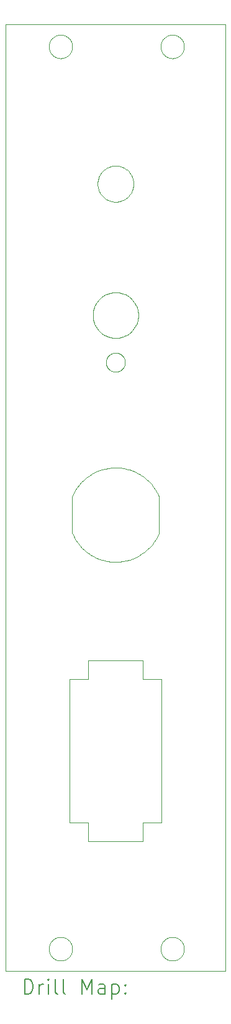
<source format=gbr>
%TF.GenerationSoftware,KiCad,Pcbnew,8.0.5*%
%TF.CreationDate,2024-10-29T18:46:17+09:00*%
%TF.ProjectId,ERK01_PWR_Panel,45524b30-315f-4505-9752-5f50616e656c,1.0*%
%TF.SameCoordinates,Original*%
%TF.FileFunction,Drillmap*%
%TF.FilePolarity,Positive*%
%FSLAX45Y45*%
G04 Gerber Fmt 4.5, Leading zero omitted, Abs format (unit mm)*
G04 Created by KiCad (PCBNEW 8.0.5) date 2024-10-29 18:46:17*
%MOMM*%
%LPD*%
G01*
G04 APERTURE LIST*
%ADD10C,0.017638*%
%ADD11C,0.088194*%
%ADD12C,0.200000*%
G04 APERTURE END LIST*
D10*
X12810314Y-3742058D02*
X15810300Y-3742058D01*
X15810300Y-16592056D01*
X12810314Y-16592056D01*
X12810314Y-3742058D01*
D11*
X15092554Y-3882249D02*
X15100680Y-3882867D01*
X15108688Y-3883884D01*
X15116569Y-3885291D01*
X15124310Y-3887078D01*
X15131904Y-3889235D01*
X15139339Y-3891750D01*
X15146606Y-3894616D01*
X15153694Y-3897820D01*
X15160594Y-3901354D01*
X15167295Y-3905207D01*
X15173788Y-3909369D01*
X15180062Y-3913831D01*
X15186107Y-3918581D01*
X15191913Y-3923611D01*
X15197470Y-3928909D01*
X15202769Y-3934466D01*
X15207798Y-3940273D01*
X15212549Y-3946318D01*
X15217010Y-3952592D01*
X15221172Y-3959084D01*
X15225026Y-3965785D01*
X15228559Y-3972685D01*
X15231764Y-3979773D01*
X15234629Y-3987040D01*
X15237145Y-3994475D01*
X15239301Y-4002069D01*
X15241088Y-4009811D01*
X15242495Y-4017691D01*
X15243513Y-4025699D01*
X15244131Y-4033826D01*
X15244339Y-4042060D01*
X15244131Y-4050295D01*
X15243513Y-4058421D01*
X15242495Y-4066430D01*
X15241088Y-4074310D01*
X15239301Y-4082052D01*
X15237145Y-4089645D01*
X15234629Y-4097081D01*
X15231764Y-4104347D01*
X15228559Y-4111436D01*
X15225026Y-4118335D01*
X15221172Y-4125036D01*
X15217010Y-4131529D01*
X15212549Y-4137803D01*
X15207798Y-4143848D01*
X15202769Y-4149654D01*
X15197470Y-4155212D01*
X15191913Y-4160510D01*
X15186107Y-4165539D01*
X15180062Y-4170290D01*
X15173788Y-4174751D01*
X15167295Y-4178914D01*
X15160594Y-4182767D01*
X15153694Y-4186301D01*
X15146606Y-4189505D01*
X15139339Y-4192370D01*
X15131904Y-4194886D01*
X15124310Y-4197043D01*
X15116569Y-4198829D01*
X15108688Y-4200237D01*
X15100680Y-4201254D01*
X15092554Y-4201872D01*
X15084319Y-4202080D01*
X15076084Y-4201872D01*
X15067958Y-4201254D01*
X15059950Y-4200237D01*
X15052069Y-4198829D01*
X15044328Y-4197043D01*
X15036734Y-4194886D01*
X15029299Y-4192370D01*
X15022032Y-4189505D01*
X15014944Y-4186301D01*
X15008044Y-4182767D01*
X15001343Y-4178914D01*
X14994850Y-4174751D01*
X14988577Y-4170290D01*
X14982531Y-4165539D01*
X14976725Y-4160510D01*
X14971168Y-4155212D01*
X14965869Y-4149654D01*
X14960840Y-4143848D01*
X14956089Y-4137803D01*
X14951628Y-4131529D01*
X14947466Y-4125036D01*
X14943613Y-4118335D01*
X14940079Y-4111436D01*
X14936874Y-4104347D01*
X14934009Y-4097081D01*
X14931493Y-4089645D01*
X14929337Y-4082052D01*
X14927550Y-4074310D01*
X14926143Y-4066430D01*
X14925125Y-4058421D01*
X14924507Y-4050295D01*
X14924299Y-4042060D01*
X14924507Y-4033826D01*
X14925125Y-4025699D01*
X14926143Y-4017691D01*
X14927550Y-4009811D01*
X14929337Y-4002069D01*
X14931493Y-3994475D01*
X14934009Y-3987040D01*
X14936874Y-3979773D01*
X14940079Y-3972685D01*
X14943613Y-3965785D01*
X14947466Y-3959084D01*
X14951628Y-3952592D01*
X14956089Y-3946318D01*
X14960840Y-3940273D01*
X14965869Y-3934466D01*
X14971168Y-3928909D01*
X14976725Y-3923611D01*
X14982531Y-3918581D01*
X14988577Y-3913831D01*
X14994850Y-3909369D01*
X15001343Y-3905207D01*
X15008044Y-3901354D01*
X15014944Y-3897820D01*
X15022032Y-3894616D01*
X15029299Y-3891750D01*
X15036734Y-3889235D01*
X15044328Y-3887078D01*
X15052069Y-3885291D01*
X15059950Y-3883884D01*
X15067958Y-3882867D01*
X15076084Y-3882249D01*
X15084319Y-3882040D01*
X15092554Y-3882249D01*
X14326171Y-7380058D02*
X14341913Y-7381255D01*
X14357427Y-7383226D01*
X14372692Y-7385952D01*
X14387689Y-7389414D01*
X14402399Y-7393591D01*
X14416803Y-7398464D01*
X14430879Y-7404015D01*
X14444611Y-7410222D01*
X14457977Y-7417068D01*
X14470958Y-7424532D01*
X14483535Y-7432595D01*
X14495688Y-7441238D01*
X14507399Y-7450440D01*
X14518646Y-7460183D01*
X14529412Y-7470447D01*
X14539676Y-7481213D01*
X14549419Y-7492461D01*
X14558622Y-7504171D01*
X14567264Y-7516324D01*
X14575327Y-7528901D01*
X14582791Y-7541883D01*
X14589637Y-7555249D01*
X14595845Y-7568980D01*
X14601395Y-7583057D01*
X14606268Y-7597460D01*
X14610446Y-7612170D01*
X14613907Y-7627167D01*
X14616633Y-7642433D01*
X14618604Y-7657946D01*
X14619801Y-7673689D01*
X14620205Y-7689640D01*
X14619801Y-7705592D01*
X14618604Y-7721335D01*
X14616633Y-7736848D01*
X14613907Y-7752113D01*
X14610446Y-7767111D01*
X14606268Y-7781821D01*
X14601395Y-7796224D01*
X14595845Y-7810301D01*
X14589637Y-7824032D01*
X14582791Y-7837398D01*
X14575327Y-7850379D01*
X14567264Y-7862956D01*
X14558622Y-7875110D01*
X14549419Y-7886820D01*
X14539676Y-7898068D01*
X14529412Y-7908833D01*
X14518646Y-7919097D01*
X14507399Y-7928841D01*
X14495688Y-7938043D01*
X14483535Y-7946685D01*
X14470958Y-7954749D01*
X14457977Y-7962213D01*
X14444611Y-7969058D01*
X14430879Y-7975266D01*
X14416803Y-7980816D01*
X14402399Y-7985690D01*
X14387689Y-7989867D01*
X14372692Y-7993328D01*
X14357427Y-7996055D01*
X14341913Y-7998026D01*
X14326171Y-7999223D01*
X14310219Y-7999626D01*
X14294267Y-7999223D01*
X14278525Y-7998026D01*
X14263011Y-7996055D01*
X14247746Y-7993328D01*
X14232749Y-7989867D01*
X14218039Y-7985690D01*
X14203636Y-7980816D01*
X14189559Y-7975266D01*
X14175827Y-7969058D01*
X14162461Y-7962213D01*
X14149480Y-7954749D01*
X14136903Y-7946685D01*
X14124750Y-7938043D01*
X14113039Y-7928841D01*
X14101792Y-7919097D01*
X14091026Y-7908833D01*
X14080762Y-7898068D01*
X14071019Y-7886820D01*
X14061816Y-7875110D01*
X14053174Y-7862956D01*
X14045111Y-7850379D01*
X14037647Y-7837398D01*
X14030801Y-7824032D01*
X14024594Y-7810301D01*
X14019043Y-7796224D01*
X14014170Y-7781821D01*
X14009992Y-7767111D01*
X14006531Y-7752113D01*
X14003805Y-7736848D01*
X14001834Y-7721335D01*
X14000637Y-7705592D01*
X14000233Y-7689640D01*
X14000637Y-7673689D01*
X14001834Y-7657946D01*
X14003805Y-7642433D01*
X14006531Y-7627167D01*
X14009992Y-7612170D01*
X14014170Y-7597460D01*
X14019043Y-7583057D01*
X14024594Y-7568980D01*
X14030801Y-7555249D01*
X14037647Y-7541883D01*
X14045111Y-7528901D01*
X14053174Y-7516324D01*
X14061816Y-7504171D01*
X14071019Y-7492461D01*
X14080762Y-7481213D01*
X14091026Y-7470447D01*
X14101792Y-7460183D01*
X14113039Y-7450440D01*
X14124750Y-7441238D01*
X14136903Y-7432595D01*
X14149480Y-7424532D01*
X14162461Y-7417068D01*
X14175827Y-7410222D01*
X14189559Y-7404015D01*
X14203636Y-7398464D01*
X14218039Y-7393591D01*
X14232749Y-7389414D01*
X14247746Y-7385952D01*
X14263011Y-7383226D01*
X14278525Y-7381255D01*
X14294267Y-7380058D01*
X14310219Y-7379654D01*
X14326171Y-7380058D01*
X13568554Y-3882249D02*
X13576681Y-3882867D01*
X13584689Y-3883884D01*
X13592569Y-3885291D01*
X13600311Y-3887078D01*
X13607905Y-3889235D01*
X13615340Y-3891750D01*
X13622606Y-3894616D01*
X13629695Y-3897820D01*
X13636594Y-3901354D01*
X13643296Y-3905207D01*
X13649788Y-3909369D01*
X13656062Y-3913831D01*
X13662107Y-3918581D01*
X13667913Y-3923611D01*
X13673471Y-3928909D01*
X13678769Y-3934466D01*
X13683799Y-3940273D01*
X13688549Y-3946318D01*
X13693011Y-3952592D01*
X13697173Y-3959084D01*
X13701026Y-3965785D01*
X13704560Y-3972685D01*
X13707764Y-3979773D01*
X13710629Y-3987040D01*
X13713145Y-3994475D01*
X13715302Y-4002069D01*
X13717088Y-4009811D01*
X13718496Y-4017691D01*
X13719513Y-4025699D01*
X13720131Y-4033826D01*
X13720339Y-4042060D01*
X13720131Y-4050295D01*
X13719513Y-4058421D01*
X13718496Y-4066430D01*
X13717088Y-4074310D01*
X13715302Y-4082052D01*
X13713145Y-4089645D01*
X13710629Y-4097081D01*
X13707764Y-4104347D01*
X13704560Y-4111436D01*
X13701026Y-4118335D01*
X13697173Y-4125036D01*
X13693011Y-4131529D01*
X13688549Y-4137803D01*
X13683799Y-4143848D01*
X13678769Y-4149654D01*
X13673471Y-4155212D01*
X13667913Y-4160510D01*
X13662107Y-4165539D01*
X13656062Y-4170290D01*
X13649788Y-4174751D01*
X13643296Y-4178914D01*
X13636594Y-4182767D01*
X13629695Y-4186301D01*
X13622606Y-4189505D01*
X13615340Y-4192370D01*
X13607905Y-4194886D01*
X13600311Y-4197043D01*
X13592569Y-4198829D01*
X13584689Y-4200237D01*
X13576681Y-4201254D01*
X13568554Y-4201872D01*
X13560319Y-4202080D01*
X13552085Y-4201872D01*
X13543958Y-4201254D01*
X13535950Y-4200237D01*
X13528070Y-4198829D01*
X13520328Y-4197043D01*
X13512734Y-4194886D01*
X13505299Y-4192370D01*
X13498033Y-4189505D01*
X13490944Y-4186301D01*
X13484044Y-4182767D01*
X13477343Y-4178914D01*
X13470851Y-4174751D01*
X13464577Y-4170290D01*
X13458532Y-4165539D01*
X13452726Y-4160510D01*
X13447168Y-4155212D01*
X13441870Y-4149654D01*
X13436840Y-4143848D01*
X13432090Y-4137803D01*
X13427628Y-4131529D01*
X13423466Y-4125036D01*
X13419613Y-4118335D01*
X13416079Y-4111436D01*
X13412875Y-4104347D01*
X13410010Y-4097081D01*
X13407494Y-4089645D01*
X13405337Y-4082052D01*
X13403551Y-4074310D01*
X13402143Y-4066430D01*
X13401126Y-4058421D01*
X13400508Y-4050295D01*
X13400300Y-4042060D01*
X13400508Y-4033826D01*
X13401126Y-4025699D01*
X13402143Y-4017691D01*
X13403551Y-4009811D01*
X13405337Y-4002069D01*
X13407494Y-3994475D01*
X13410010Y-3987040D01*
X13412875Y-3979773D01*
X13416079Y-3972685D01*
X13419613Y-3965785D01*
X13423466Y-3959084D01*
X13427628Y-3952592D01*
X13432090Y-3946318D01*
X13436840Y-3940273D01*
X13441870Y-3934466D01*
X13447168Y-3928909D01*
X13452726Y-3923611D01*
X13458532Y-3918581D01*
X13464577Y-3913831D01*
X13470851Y-3909369D01*
X13477343Y-3905207D01*
X13484044Y-3901354D01*
X13490944Y-3897820D01*
X13498033Y-3894616D01*
X13505299Y-3891750D01*
X13512734Y-3889235D01*
X13520328Y-3887078D01*
X13528070Y-3885291D01*
X13535950Y-3883884D01*
X13543958Y-3882867D01*
X13552085Y-3882249D01*
X13560319Y-3882040D01*
X13568554Y-3882249D01*
X13568554Y-16132241D02*
X13576681Y-16132859D01*
X13584689Y-16133877D01*
X13592569Y-16135284D01*
X13600311Y-16137071D01*
X13607905Y-16139227D01*
X13615340Y-16141743D01*
X13622606Y-16144608D01*
X13629695Y-16147813D01*
X13636594Y-16151347D01*
X13643296Y-16155200D01*
X13649788Y-16159362D01*
X13656062Y-16163823D01*
X13662107Y-16168574D01*
X13667913Y-16173603D01*
X13673471Y-16178902D01*
X13678769Y-16184459D01*
X13683799Y-16190266D01*
X13688549Y-16196311D01*
X13693011Y-16202585D01*
X13697173Y-16209077D01*
X13701026Y-16215778D01*
X13704560Y-16222678D01*
X13707764Y-16229767D01*
X13710629Y-16237033D01*
X13713145Y-16244469D01*
X13715302Y-16252062D01*
X13717088Y-16259804D01*
X13718496Y-16267684D01*
X13719513Y-16275693D01*
X13720131Y-16283819D01*
X13720339Y-16292054D01*
X13720131Y-16300288D01*
X13719513Y-16308415D01*
X13718496Y-16316423D01*
X13717088Y-16324303D01*
X13715302Y-16332045D01*
X13713145Y-16339639D01*
X13710629Y-16347074D01*
X13707764Y-16354340D01*
X13704560Y-16361429D01*
X13701026Y-16368328D01*
X13697173Y-16375030D01*
X13693011Y-16381522D01*
X13688549Y-16387796D01*
X13683799Y-16393841D01*
X13678769Y-16399647D01*
X13673471Y-16405205D01*
X13667913Y-16410503D01*
X13662107Y-16415533D01*
X13656062Y-16420283D01*
X13649788Y-16424745D01*
X13643296Y-16428907D01*
X13636594Y-16432760D01*
X13629695Y-16436294D01*
X13622606Y-16439498D01*
X13615340Y-16442364D01*
X13607905Y-16444879D01*
X13600311Y-16447036D01*
X13592569Y-16448823D01*
X13584689Y-16450230D01*
X13576681Y-16451247D01*
X13568554Y-16451865D01*
X13560319Y-16452074D01*
X13552085Y-16451865D01*
X13543958Y-16451247D01*
X13535950Y-16450230D01*
X13528070Y-16448823D01*
X13520328Y-16447036D01*
X13512734Y-16444879D01*
X13505299Y-16442364D01*
X13498033Y-16439498D01*
X13490944Y-16436294D01*
X13484044Y-16432760D01*
X13477343Y-16428907D01*
X13470851Y-16424745D01*
X13464577Y-16420283D01*
X13458532Y-16415533D01*
X13452726Y-16410503D01*
X13447168Y-16405205D01*
X13441870Y-16399647D01*
X13436840Y-16393841D01*
X13432090Y-16387796D01*
X13427628Y-16381522D01*
X13423466Y-16375030D01*
X13419613Y-16368328D01*
X13416079Y-16361429D01*
X13412875Y-16354340D01*
X13410010Y-16347074D01*
X13407494Y-16339639D01*
X13405337Y-16332045D01*
X13403551Y-16324303D01*
X13402143Y-16316423D01*
X13401126Y-16308415D01*
X13400508Y-16300288D01*
X13400300Y-16292054D01*
X13400508Y-16283819D01*
X13401126Y-16275693D01*
X13402143Y-16267684D01*
X13403551Y-16259804D01*
X13405337Y-16252062D01*
X13407494Y-16244469D01*
X13410010Y-16237033D01*
X13412875Y-16229767D01*
X13416079Y-16222678D01*
X13419613Y-16215778D01*
X13423466Y-16209077D01*
X13427628Y-16202585D01*
X13432090Y-16196311D01*
X13436840Y-16190266D01*
X13441870Y-16184459D01*
X13447168Y-16178902D01*
X13452726Y-16173603D01*
X13458532Y-16168574D01*
X13464577Y-16163823D01*
X13470851Y-16159362D01*
X13477343Y-16155200D01*
X13484044Y-16151347D01*
X13490944Y-16147813D01*
X13498033Y-16144608D01*
X13505299Y-16141743D01*
X13512734Y-16139227D01*
X13520328Y-16137071D01*
X13528070Y-16135284D01*
X13535950Y-16133877D01*
X13543958Y-16132859D01*
X13552085Y-16132241D01*
X13560319Y-16132033D01*
X13568554Y-16132241D01*
X15092516Y-16132277D02*
X15100641Y-16132894D01*
X15108648Y-16133912D01*
X15116526Y-16135319D01*
X15124266Y-16137105D01*
X15131858Y-16139261D01*
X15139292Y-16141776D01*
X15146557Y-16144641D01*
X15153644Y-16147845D01*
X15160542Y-16151378D01*
X15167242Y-16155230D01*
X15173733Y-16159391D01*
X15180005Y-16163852D01*
X15186049Y-16168601D01*
X15191854Y-16173630D01*
X15197410Y-16178927D01*
X15202707Y-16184483D01*
X15207736Y-16190288D01*
X15212485Y-16196332D01*
X15216946Y-16202604D01*
X15221107Y-16209096D01*
X15224959Y-16215795D01*
X15228492Y-16222693D01*
X15231696Y-16229780D01*
X15234561Y-16237045D01*
X15237076Y-16244479D01*
X15239232Y-16252071D01*
X15241018Y-16259811D01*
X15242425Y-16267690D01*
X15243442Y-16275696D01*
X15244060Y-16283821D01*
X15244268Y-16292054D01*
X15244060Y-16300287D01*
X15243442Y-16308411D01*
X15242425Y-16316418D01*
X15241018Y-16324296D01*
X15239232Y-16332036D01*
X15237076Y-16339628D01*
X15234561Y-16347062D01*
X15231696Y-16354327D01*
X15228492Y-16361413D01*
X15224959Y-16368312D01*
X15221107Y-16375011D01*
X15216946Y-16381502D01*
X15212485Y-16387775D01*
X15207736Y-16393818D01*
X15202707Y-16399623D01*
X15197410Y-16405180D01*
X15191854Y-16410477D01*
X15186049Y-16415505D01*
X15180005Y-16420255D01*
X15173733Y-16424715D01*
X15167242Y-16428877D01*
X15160542Y-16432729D01*
X15153644Y-16436262D01*
X15146557Y-16439466D01*
X15139292Y-16442330D01*
X15131858Y-16444845D01*
X15124266Y-16447001D01*
X15116526Y-16448788D01*
X15108648Y-16450195D01*
X15100641Y-16451212D01*
X15092516Y-16451830D01*
X15084284Y-16452038D01*
X15076051Y-16451830D01*
X15067926Y-16451212D01*
X15059920Y-16450195D01*
X15052041Y-16448788D01*
X15044301Y-16447001D01*
X15036709Y-16444845D01*
X15029276Y-16442330D01*
X15022010Y-16439466D01*
X15014924Y-16436262D01*
X15008026Y-16432729D01*
X15001326Y-16428877D01*
X14994835Y-16424715D01*
X14988562Y-16420255D01*
X14982519Y-16415505D01*
X14976714Y-16410477D01*
X14971157Y-16405180D01*
X14965860Y-16399623D01*
X14960832Y-16393818D01*
X14956082Y-16387775D01*
X14951622Y-16381502D01*
X14947461Y-16375011D01*
X14943608Y-16368312D01*
X14940075Y-16361413D01*
X14936871Y-16354327D01*
X14934007Y-16347062D01*
X14931492Y-16339628D01*
X14929336Y-16332036D01*
X14927549Y-16324296D01*
X14926142Y-16316418D01*
X14925125Y-16308411D01*
X14924507Y-16300287D01*
X14924299Y-16292054D01*
X14924507Y-16283821D01*
X14925125Y-16275696D01*
X14926142Y-16267690D01*
X14927549Y-16259811D01*
X14929336Y-16252071D01*
X14931492Y-16244479D01*
X14934007Y-16237045D01*
X14936871Y-16229780D01*
X14940075Y-16222693D01*
X14943608Y-16215795D01*
X14947461Y-16209096D01*
X14951622Y-16202604D01*
X14956082Y-16196332D01*
X14960832Y-16190288D01*
X14965860Y-16184483D01*
X14971157Y-16178927D01*
X14976714Y-16173630D01*
X14982519Y-16168601D01*
X14988562Y-16163852D01*
X14994835Y-16159391D01*
X15001326Y-16155230D01*
X15008026Y-16151378D01*
X15014924Y-16147845D01*
X15022010Y-16144641D01*
X15029276Y-16141776D01*
X15036709Y-16139261D01*
X15044301Y-16137105D01*
X15052041Y-16135319D01*
X15059920Y-16133912D01*
X15067926Y-16132894D01*
X15076051Y-16132277D01*
X15084284Y-16132068D01*
X15092516Y-16132277D01*
X14322933Y-5661135D02*
X14335375Y-5662081D01*
X14347637Y-5663639D01*
X14359702Y-5665793D01*
X14371555Y-5668529D01*
X14383182Y-5671831D01*
X14394565Y-5675683D01*
X14405691Y-5680069D01*
X14416544Y-5684976D01*
X14427108Y-5690387D01*
X14437368Y-5696286D01*
X14447309Y-5702659D01*
X14456915Y-5709489D01*
X14466170Y-5716763D01*
X14475060Y-5724463D01*
X14483569Y-5732576D01*
X14491681Y-5741085D01*
X14499382Y-5749975D01*
X14506655Y-5759230D01*
X14513486Y-5768836D01*
X14519859Y-5778776D01*
X14525758Y-5789036D01*
X14531169Y-5799601D01*
X14536075Y-5810453D01*
X14540462Y-5821579D01*
X14544314Y-5832963D01*
X14547616Y-5844590D01*
X14550351Y-5856443D01*
X14552506Y-5868508D01*
X14554064Y-5880770D01*
X14555010Y-5893212D01*
X14555329Y-5905820D01*
X14555010Y-5918428D01*
X14554064Y-5930870D01*
X14552506Y-5943132D01*
X14550351Y-5955197D01*
X14547616Y-5967050D01*
X14544314Y-5978677D01*
X14540462Y-5990061D01*
X14536075Y-6001187D01*
X14531169Y-6012039D01*
X14525758Y-6022603D01*
X14519859Y-6032863D01*
X14513486Y-6042804D01*
X14506655Y-6052410D01*
X14499382Y-6061665D01*
X14491681Y-6070555D01*
X14483569Y-6079064D01*
X14475060Y-6087176D01*
X14466170Y-6094877D01*
X14456915Y-6102150D01*
X14447309Y-6108981D01*
X14437368Y-6115354D01*
X14427108Y-6121253D01*
X14416544Y-6126664D01*
X14405691Y-6131570D01*
X14394565Y-6135957D01*
X14383182Y-6139809D01*
X14371555Y-6143111D01*
X14359702Y-6145846D01*
X14347637Y-6148001D01*
X14335375Y-6149559D01*
X14322933Y-6150505D01*
X14310325Y-6150824D01*
X14297717Y-6150505D01*
X14285275Y-6149559D01*
X14273013Y-6148001D01*
X14260948Y-6145846D01*
X14249094Y-6143111D01*
X14237468Y-6139809D01*
X14226084Y-6135957D01*
X14214958Y-6131570D01*
X14204105Y-6126664D01*
X14193541Y-6121253D01*
X14183281Y-6115354D01*
X14173341Y-6108981D01*
X14163735Y-6102150D01*
X14154479Y-6094877D01*
X14145590Y-6087176D01*
X14137081Y-6079064D01*
X14128968Y-6070555D01*
X14121268Y-6061665D01*
X14113994Y-6052410D01*
X14107164Y-6042804D01*
X14100791Y-6032863D01*
X14094891Y-6022603D01*
X14089481Y-6012039D01*
X14084574Y-6001187D01*
X14080188Y-5990061D01*
X14076336Y-5978677D01*
X14073034Y-5967050D01*
X14070298Y-5955197D01*
X14068144Y-5943132D01*
X14066586Y-5930870D01*
X14065640Y-5918428D01*
X14065321Y-5905820D01*
X14065640Y-5893212D01*
X14066586Y-5880770D01*
X14068144Y-5868508D01*
X14070298Y-5856443D01*
X14073034Y-5844590D01*
X14076336Y-5832963D01*
X14080188Y-5821579D01*
X14084574Y-5810453D01*
X14089481Y-5799601D01*
X14094891Y-5789036D01*
X14100791Y-5778776D01*
X14107164Y-5768836D01*
X14113994Y-5759230D01*
X14121268Y-5749975D01*
X14128968Y-5741085D01*
X14137081Y-5732576D01*
X14145590Y-5724463D01*
X14154479Y-5716763D01*
X14163735Y-5709489D01*
X14173341Y-5702659D01*
X14183281Y-5696286D01*
X14193541Y-5690387D01*
X14204105Y-5684976D01*
X14214958Y-5680069D01*
X14226084Y-5675683D01*
X14237468Y-5671831D01*
X14249094Y-5668529D01*
X14260948Y-5665793D01*
X14273013Y-5663639D01*
X14285275Y-5662081D01*
X14297717Y-5661135D01*
X14310325Y-5660816D01*
X14322933Y-5661135D01*
X14316909Y-8199820D02*
X14323511Y-8200322D01*
X14330017Y-8201149D01*
X14336418Y-8202292D01*
X14342708Y-8203744D01*
X14348877Y-8205496D01*
X14354917Y-8207539D01*
X14360820Y-8209867D01*
X14366579Y-8212470D01*
X14372184Y-8215341D01*
X14377628Y-8218472D01*
X14382902Y-8221853D01*
X14387999Y-8225477D01*
X14392910Y-8229337D01*
X14397627Y-8233422D01*
X14402142Y-8237727D01*
X14406446Y-8242242D01*
X14410532Y-8246959D01*
X14414392Y-8251870D01*
X14418016Y-8256966D01*
X14421397Y-8262241D01*
X14424528Y-8267685D01*
X14427398Y-8273290D01*
X14430002Y-8279049D01*
X14432329Y-8284952D01*
X14434373Y-8290992D01*
X14436125Y-8297161D01*
X14437577Y-8303451D01*
X14438720Y-8309852D01*
X14439547Y-8316358D01*
X14440049Y-8322960D01*
X14440218Y-8329650D01*
X14440049Y-8336340D01*
X14439547Y-8342941D01*
X14438720Y-8349447D01*
X14437577Y-8355849D01*
X14436125Y-8362138D01*
X14434373Y-8368307D01*
X14432329Y-8374348D01*
X14430002Y-8380251D01*
X14427398Y-8386010D01*
X14424528Y-8391615D01*
X14421397Y-8397059D01*
X14418016Y-8402333D01*
X14414392Y-8407430D01*
X14410532Y-8412341D01*
X14406446Y-8417058D01*
X14402142Y-8421573D01*
X14397627Y-8425877D01*
X14392910Y-8429963D01*
X14387999Y-8433822D01*
X14382902Y-8437447D01*
X14377628Y-8440828D01*
X14372184Y-8443958D01*
X14366579Y-8446829D01*
X14360820Y-8449432D01*
X14354917Y-8451760D01*
X14348877Y-8453804D01*
X14342708Y-8455556D01*
X14336418Y-8457007D01*
X14330017Y-8458150D01*
X14323511Y-8458977D01*
X14316909Y-8459479D01*
X14310219Y-8459648D01*
X14303529Y-8459479D01*
X14296927Y-8458977D01*
X14290422Y-8458150D01*
X14284020Y-8457007D01*
X14277730Y-8455556D01*
X14271562Y-8453804D01*
X14265521Y-8451760D01*
X14259618Y-8449432D01*
X14253859Y-8446829D01*
X14248254Y-8443958D01*
X14242810Y-8440828D01*
X14237536Y-8437447D01*
X14232439Y-8433822D01*
X14227528Y-8429963D01*
X14222811Y-8425877D01*
X14218296Y-8421573D01*
X14213992Y-8417058D01*
X14209906Y-8412341D01*
X14206047Y-8407430D01*
X14202422Y-8402333D01*
X14199041Y-8397059D01*
X14195911Y-8391615D01*
X14193040Y-8386010D01*
X14190436Y-8380251D01*
X14188109Y-8374348D01*
X14186065Y-8368307D01*
X14184313Y-8362138D01*
X14182862Y-8355849D01*
X14181718Y-8349447D01*
X14180892Y-8342941D01*
X14180390Y-8336340D01*
X14180220Y-8329650D01*
X14180390Y-8322960D01*
X14180892Y-8316358D01*
X14181718Y-8309852D01*
X14182862Y-8303451D01*
X14184313Y-8297161D01*
X14186065Y-8290992D01*
X14188109Y-8284952D01*
X14190436Y-8279049D01*
X14193040Y-8273290D01*
X14195911Y-8267685D01*
X14199041Y-8262241D01*
X14202422Y-8256966D01*
X14206047Y-8251870D01*
X14209906Y-8246959D01*
X14213992Y-8242242D01*
X14218296Y-8237727D01*
X14222811Y-8233422D01*
X14227528Y-8229337D01*
X14232439Y-8225477D01*
X14237536Y-8221853D01*
X14242810Y-8218472D01*
X14248254Y-8215341D01*
X14253859Y-8212470D01*
X14259618Y-8209867D01*
X14265521Y-8207539D01*
X14271562Y-8205496D01*
X14277730Y-8203744D01*
X14284020Y-8202292D01*
X14290422Y-8201149D01*
X14296927Y-8200322D01*
X14303529Y-8199820D01*
X14310219Y-8199651D01*
X14316909Y-8199820D01*
X14335095Y-9759575D02*
X14359627Y-9760976D01*
X14383904Y-9763289D01*
X14407907Y-9766498D01*
X14431621Y-9770586D01*
X14455029Y-9775536D01*
X14478113Y-9781330D01*
X14500856Y-9787951D01*
X14523242Y-9795384D01*
X14545254Y-9803610D01*
X14566873Y-9812612D01*
X14588085Y-9822373D01*
X14608870Y-9832877D01*
X14629214Y-9844107D01*
X14649097Y-9856044D01*
X14668505Y-9868673D01*
X14687418Y-9881976D01*
X14705821Y-9895936D01*
X14723697Y-9910536D01*
X14741028Y-9925760D01*
X14757798Y-9941589D01*
X14773989Y-9958007D01*
X14789585Y-9974997D01*
X14804568Y-9992542D01*
X14818922Y-10010624D01*
X14832629Y-10029228D01*
X14845673Y-10048335D01*
X14858036Y-10067929D01*
X14869702Y-10087992D01*
X14880654Y-10108508D01*
X14890874Y-10129459D01*
X14900346Y-10150829D01*
X14900346Y-10647399D01*
X14880654Y-10689726D01*
X14858035Y-10730310D01*
X14832626Y-10769014D01*
X14804563Y-10805701D01*
X14773982Y-10840237D01*
X14741019Y-10872484D01*
X14705810Y-10902307D01*
X14668491Y-10929568D01*
X14629199Y-10954133D01*
X14588069Y-10975864D01*
X14545238Y-10994626D01*
X14500841Y-11010282D01*
X14455016Y-11022696D01*
X14407897Y-11031731D01*
X14359621Y-11037253D01*
X14310325Y-11039123D01*
X14285554Y-11038653D01*
X14261023Y-11037253D01*
X14236746Y-11034940D01*
X14212743Y-11031731D01*
X14189029Y-11027644D01*
X14165621Y-11022696D01*
X14142537Y-11016902D01*
X14119794Y-11010282D01*
X14097408Y-11002850D01*
X14075396Y-10994626D01*
X14053776Y-10985625D01*
X14032565Y-10975864D01*
X14011779Y-10965361D01*
X13991436Y-10954133D01*
X13971552Y-10942196D01*
X13952145Y-10929568D01*
X13933232Y-10916266D01*
X13914828Y-10902307D01*
X13896953Y-10887707D01*
X13879622Y-10872484D01*
X13862852Y-10856655D01*
X13846661Y-10840237D01*
X13831065Y-10823247D01*
X13816082Y-10805701D01*
X13801728Y-10787618D01*
X13788021Y-10769014D01*
X13774977Y-10749905D01*
X13762613Y-10730310D01*
X13750947Y-10710244D01*
X13739996Y-10689726D01*
X13729776Y-10668772D01*
X13720304Y-10647399D01*
X13720304Y-10150829D01*
X13739996Y-10108502D01*
X13762613Y-10067918D01*
X13788021Y-10029215D01*
X13816082Y-9992527D01*
X13846661Y-9957991D01*
X13879622Y-9925744D01*
X13914829Y-9895921D01*
X13952145Y-9868660D01*
X13991436Y-9844095D01*
X14032565Y-9822364D01*
X14075396Y-9803602D01*
X14119794Y-9787946D01*
X14165621Y-9775532D01*
X14212743Y-9766497D01*
X14261023Y-9760975D01*
X14310325Y-9759105D01*
X14335095Y-9759575D01*
X14685222Y-12629621D02*
X14935200Y-12629621D01*
X14935200Y-14579600D01*
X14685222Y-14579600D01*
X14685222Y-14829614D01*
X13935216Y-14829614D01*
X13935216Y-14579600D01*
X13685203Y-14579600D01*
X13685203Y-12629621D01*
X13935216Y-12629621D01*
X13935216Y-12379608D01*
X14685222Y-12379608D01*
X14685222Y-12629621D01*
D12*
X13070209Y-16904422D02*
X13070209Y-16704421D01*
X13070209Y-16704421D02*
X13117828Y-16704421D01*
X13117828Y-16704421D02*
X13146400Y-16713945D01*
X13146400Y-16713945D02*
X13165447Y-16732993D01*
X13165447Y-16732993D02*
X13174971Y-16752040D01*
X13174971Y-16752040D02*
X13184495Y-16790136D01*
X13184495Y-16790136D02*
X13184495Y-16818707D01*
X13184495Y-16818707D02*
X13174971Y-16856802D01*
X13174971Y-16856802D02*
X13165447Y-16875850D01*
X13165447Y-16875850D02*
X13146400Y-16894898D01*
X13146400Y-16894898D02*
X13117828Y-16904422D01*
X13117828Y-16904422D02*
X13070209Y-16904422D01*
X13270209Y-16904422D02*
X13270209Y-16771088D01*
X13270209Y-16809183D02*
X13279733Y-16790136D01*
X13279733Y-16790136D02*
X13289257Y-16780612D01*
X13289257Y-16780612D02*
X13308304Y-16771088D01*
X13308304Y-16771088D02*
X13327352Y-16771088D01*
X13394019Y-16904422D02*
X13394019Y-16771088D01*
X13394019Y-16704421D02*
X13384495Y-16713945D01*
X13384495Y-16713945D02*
X13394019Y-16723469D01*
X13394019Y-16723469D02*
X13403542Y-16713945D01*
X13403542Y-16713945D02*
X13394019Y-16704421D01*
X13394019Y-16704421D02*
X13394019Y-16723469D01*
X13517828Y-16904422D02*
X13498780Y-16894898D01*
X13498780Y-16894898D02*
X13489257Y-16875850D01*
X13489257Y-16875850D02*
X13489257Y-16704421D01*
X13622590Y-16904422D02*
X13603542Y-16894898D01*
X13603542Y-16894898D02*
X13594019Y-16875850D01*
X13594019Y-16875850D02*
X13594019Y-16704421D01*
X13851161Y-16904422D02*
X13851161Y-16704421D01*
X13851161Y-16704421D02*
X13917828Y-16847279D01*
X13917828Y-16847279D02*
X13984495Y-16704421D01*
X13984495Y-16704421D02*
X13984495Y-16904422D01*
X14165447Y-16904422D02*
X14165447Y-16799660D01*
X14165447Y-16799660D02*
X14155923Y-16780612D01*
X14155923Y-16780612D02*
X14136876Y-16771088D01*
X14136876Y-16771088D02*
X14098780Y-16771088D01*
X14098780Y-16771088D02*
X14079733Y-16780612D01*
X14165447Y-16894898D02*
X14146400Y-16904422D01*
X14146400Y-16904422D02*
X14098780Y-16904422D01*
X14098780Y-16904422D02*
X14079733Y-16894898D01*
X14079733Y-16894898D02*
X14070209Y-16875850D01*
X14070209Y-16875850D02*
X14070209Y-16856802D01*
X14070209Y-16856802D02*
X14079733Y-16837755D01*
X14079733Y-16837755D02*
X14098780Y-16828231D01*
X14098780Y-16828231D02*
X14146400Y-16828231D01*
X14146400Y-16828231D02*
X14165447Y-16818707D01*
X14260685Y-16771088D02*
X14260685Y-16971088D01*
X14260685Y-16780612D02*
X14279733Y-16771088D01*
X14279733Y-16771088D02*
X14317828Y-16771088D01*
X14317828Y-16771088D02*
X14336876Y-16780612D01*
X14336876Y-16780612D02*
X14346400Y-16790136D01*
X14346400Y-16790136D02*
X14355923Y-16809183D01*
X14355923Y-16809183D02*
X14355923Y-16866326D01*
X14355923Y-16866326D02*
X14346400Y-16885374D01*
X14346400Y-16885374D02*
X14336876Y-16894898D01*
X14336876Y-16894898D02*
X14317828Y-16904422D01*
X14317828Y-16904422D02*
X14279733Y-16904422D01*
X14279733Y-16904422D02*
X14260685Y-16894898D01*
X14441638Y-16885374D02*
X14451161Y-16894898D01*
X14451161Y-16894898D02*
X14441638Y-16904422D01*
X14441638Y-16904422D02*
X14432114Y-16894898D01*
X14432114Y-16894898D02*
X14441638Y-16885374D01*
X14441638Y-16885374D02*
X14441638Y-16904422D01*
X14441638Y-16780612D02*
X14451161Y-16790136D01*
X14451161Y-16790136D02*
X14441638Y-16799660D01*
X14441638Y-16799660D02*
X14432114Y-16790136D01*
X14432114Y-16790136D02*
X14441638Y-16780612D01*
X14441638Y-16780612D02*
X14441638Y-16799660D01*
M02*

</source>
